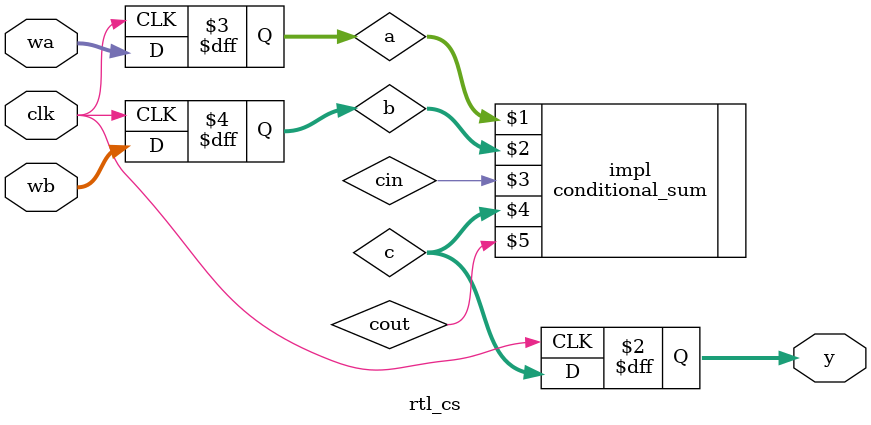
<source format=v>
module rtl_cs #(
    parameter N = 64
) (
    input wire clk,
    input wire [N-1: 0] wa,
    input wire [N-1: 0] wb,
    output reg [N-1: 0] y
);

reg [N-1: 0] a;
reg [N-1: 0] b;

wire [N-1: 0] c;
wire cout;

conditional_sum #(N) impl (a, b, cin, c, cout);

always @(posedge clk) begin
    a <= wa;
    b <= wb;
    y <= c;
end

endmodule

</source>
